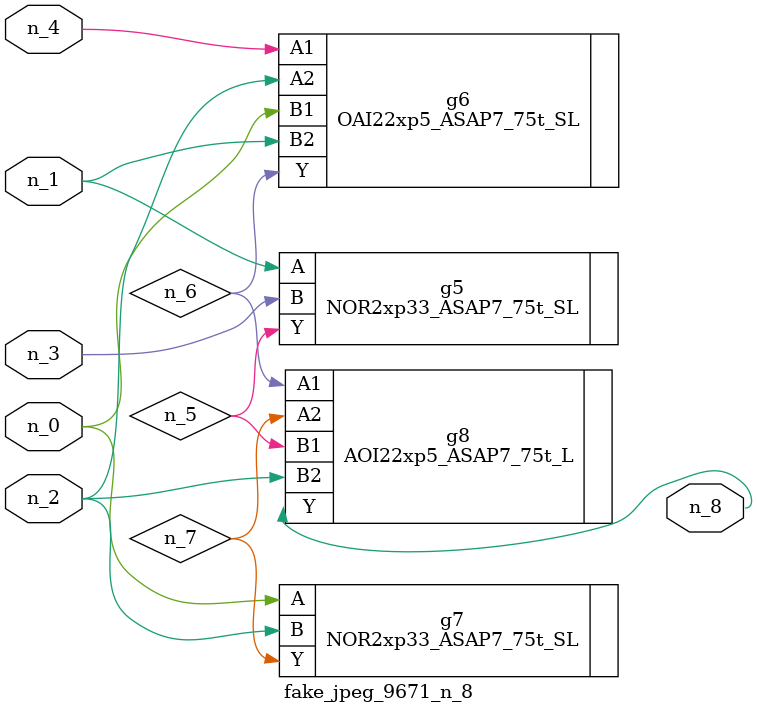
<source format=v>
module fake_jpeg_9671_n_8 (n_3, n_2, n_1, n_0, n_4, n_8);

input n_3;
input n_2;
input n_1;
input n_0;
input n_4;

output n_8;

wire n_6;
wire n_5;
wire n_7;

NOR2xp33_ASAP7_75t_SL g5 ( 
.A(n_1),
.B(n_3),
.Y(n_5)
);

OAI22xp5_ASAP7_75t_SL g6 ( 
.A1(n_4),
.A2(n_2),
.B1(n_0),
.B2(n_1),
.Y(n_6)
);

NOR2xp33_ASAP7_75t_SL g7 ( 
.A(n_0),
.B(n_2),
.Y(n_7)
);

AOI22xp5_ASAP7_75t_L g8 ( 
.A1(n_6),
.A2(n_7),
.B1(n_5),
.B2(n_2),
.Y(n_8)
);


endmodule
</source>
